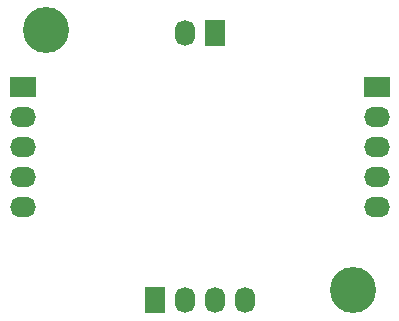
<source format=gbs>
G04*
G04 #@! TF.GenerationSoftware,Altium Limited,Altium Designer,21.2.1 (34)*
G04*
G04 Layer_Color=16711935*
%FSLAX25Y25*%
%MOIN*%
G70*
G04*
G04 #@! TF.SameCoordinates,9466BED1-F6BD-4CF9-8920-6B0B1F58636F*
G04*
G04*
G04 #@! TF.FilePolarity,Negative*
G04*
G01*
G75*
%ADD28O,0.08674X0.06706*%
%ADD29R,0.08674X0.06706*%
%ADD30C,0.15367*%
%ADD31R,0.06706X0.08674*%
%ADD32O,0.06706X0.08674*%
D28*
X59055Y-70500D02*
D03*
Y-60500D02*
D03*
Y-50500D02*
D03*
Y-40500D02*
D03*
X-59055Y-70500D02*
D03*
Y-60500D02*
D03*
Y-50500D02*
D03*
Y-40500D02*
D03*
D29*
X59055Y-30500D02*
D03*
X-59055D02*
D03*
D30*
X51181Y-98425D02*
D03*
X-51181Y-11811D02*
D03*
D31*
X-15000Y-101500D02*
D03*
X5000Y-12500D02*
D03*
D32*
X-5000Y-101500D02*
D03*
X5000D02*
D03*
X15000D02*
D03*
X-5000Y-12500D02*
D03*
M02*

</source>
